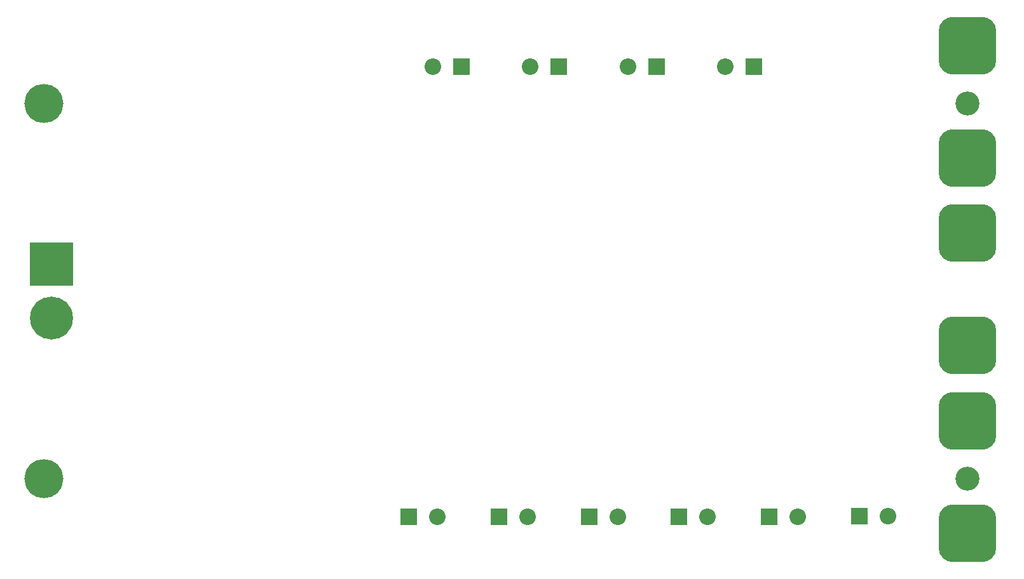
<source format=gbs>
G04*
G04 #@! TF.GenerationSoftware,Altium Limited,Altium Designer,21.8.1 (53)*
G04*
G04 Layer_Color=16711935*
%FSLAX44Y44*%
%MOMM*%
G71*
G04*
G04 #@! TF.SameCoordinates,FEF93E2C-DD4C-44DC-82AE-5B634F70B55F*
G04*
G04*
G04 #@! TF.FilePolarity,Negative*
G04*
G01*
G75*
G04:AMPARAMS|DCode=42|XSize=7.7032mm|YSize=7.7032mm|CornerRadius=1.9766mm|HoleSize=0mm|Usage=FLASHONLY|Rotation=90.000|XOffset=0mm|YOffset=0mm|HoleType=Round|Shape=RoundedRectangle|*
%AMROUNDEDRECTD42*
21,1,7.7032,3.7500,0,0,90.0*
21,1,3.7500,7.7032,0,0,90.0*
1,1,3.9532,1.8750,1.8750*
1,1,3.9532,1.8750,-1.8750*
1,1,3.9532,-1.8750,-1.8750*
1,1,3.9532,-1.8750,1.8750*
%
%ADD42ROUNDEDRECTD42*%
%ADD47R,2.2032X2.2032*%
%ADD48C,2.2032*%
%ADD49C,5.7192*%
%ADD50R,5.7192X5.7192*%
%ADD51C,5.2032*%
%ADD52C,3.2032*%
%ADD53C,1.2032*%
D42*
X1290000Y577500D02*
D03*
Y727500D02*
D03*
Y327500D02*
D03*
Y477500D02*
D03*
Y77500D02*
D03*
Y227500D02*
D03*
D47*
X616050Y699500D02*
D03*
X746050D02*
D03*
X876050D02*
D03*
X1006050D02*
D03*
X545950Y99000D02*
D03*
X665950D02*
D03*
X785950D02*
D03*
X905950D02*
D03*
X1025950D02*
D03*
X1145950Y100000D02*
D03*
D48*
X577950Y699500D02*
D03*
X707950D02*
D03*
X837950D02*
D03*
X967950D02*
D03*
X584050Y99000D02*
D03*
X704050D02*
D03*
X824050D02*
D03*
X944050D02*
D03*
X1064050D02*
D03*
X1184050Y100000D02*
D03*
D49*
X70000Y364000D02*
D03*
D50*
Y436000D02*
D03*
D51*
X60000Y150000D02*
D03*
Y650000D02*
D03*
D52*
X1290000D02*
D03*
Y150000D02*
D03*
D53*
X1265000Y552500D02*
D03*
Y602500D02*
D03*
Y577500D02*
D03*
X1290000Y602500D02*
D03*
X1315000D02*
D03*
X1290000Y552500D02*
D03*
X1315000D02*
D03*
Y577500D02*
D03*
X1290000D02*
D03*
Y727500D02*
D03*
X1315000Y752500D02*
D03*
Y727500D02*
D03*
Y702500D02*
D03*
X1290000Y752500D02*
D03*
Y702500D02*
D03*
X1265000D02*
D03*
Y727500D02*
D03*
Y752500D02*
D03*
Y302500D02*
D03*
Y352500D02*
D03*
Y327500D02*
D03*
X1290000Y352500D02*
D03*
X1315000D02*
D03*
X1290000Y302500D02*
D03*
X1315000D02*
D03*
Y327500D02*
D03*
X1290000D02*
D03*
Y477500D02*
D03*
X1315000Y502500D02*
D03*
Y477500D02*
D03*
Y452500D02*
D03*
X1290000Y502500D02*
D03*
Y452500D02*
D03*
X1265000D02*
D03*
Y477500D02*
D03*
Y502500D02*
D03*
Y52500D02*
D03*
Y102500D02*
D03*
Y77500D02*
D03*
X1290000Y102500D02*
D03*
X1315000D02*
D03*
X1290000Y52500D02*
D03*
X1315000D02*
D03*
Y77500D02*
D03*
X1290000D02*
D03*
Y227500D02*
D03*
X1315000Y252500D02*
D03*
Y227500D02*
D03*
Y202500D02*
D03*
X1290000Y252500D02*
D03*
Y202500D02*
D03*
X1265000D02*
D03*
Y227500D02*
D03*
Y252500D02*
D03*
M02*

</source>
